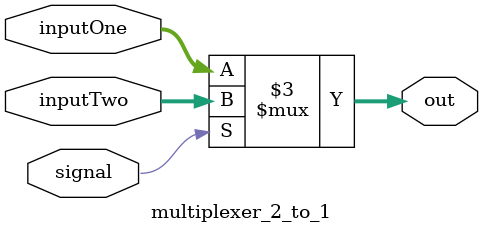
<source format=v>
module multiplexer_2_to_1 (
input wire [31:0] inputOne, 
input wire [31:0] inputTwo, 
input wire signal, 
output reg [31:0] out
);

always@(*)begin
			if (signal) begin
				out[31:0] <= inputTwo[31:0];
				
			end
			else begin
				out[31:0] <= inputOne[31:0];
			end
			
	end
	
endmodule

</source>
